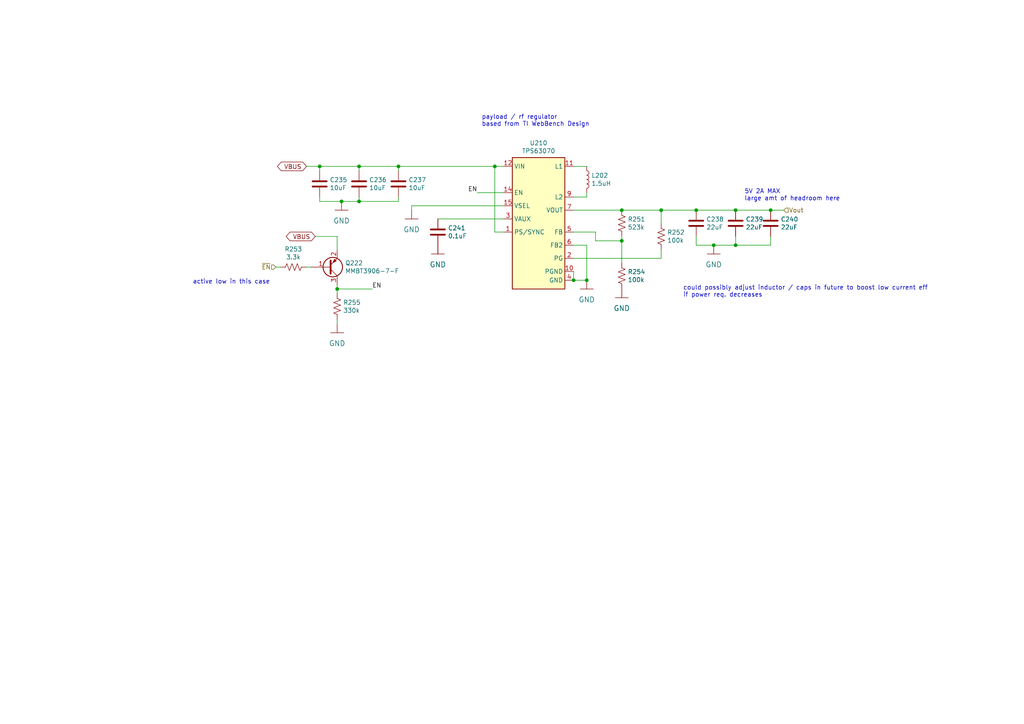
<source format=kicad_sch>
(kicad_sch (version 20211123) (generator eeschema)
  (paper "A4")
  (lib_symbols
    (symbol "mainboard-rescue:C-Device-mainboard-rescue" (pin_numbers hide) (pin_names (offset 0.254))
      (property "Reference" "C" (at 0.635 2.54 0))
      (property "Value" "C-Device-mainboard-rescue" (at 0.635 -2.54 0))
      (symbol "C-Device-mainboard-rescue_0_1"
        (polyline (pts (xy -2.032 -0.762) (xy 2.032 -0.762)) (stroke (width 0.508)))
        (polyline (pts (xy -2.032 0.762) (xy 2.032 0.762)) (stroke (width 0.508)))
      )
      (symbol "C-Device-mainboard-rescue_1_1"
        (pin passive line (at 0 3.81 270) (length 2.794) (name "~") (number "1"))
        (pin passive line (at 0 -3.81 90) (length 2.794) (name "~") (number "2"))
      )
    )
    (symbol "mainboard-rescue:L-Device-mainboard-rescue" (pin_numbers hide) (pin_names (offset 1.016) hide)
      (property "Reference" "L" (at -1.27 0 90))
      (property "Value" "L-Device-mainboard-rescue" (at 1.905 0 90))
      (symbol "L-Device-mainboard-rescue_0_1"
        (arc (start 0 -2.54) (mid 0.635 -1.905) (end 0 -1.27))
        (arc (start 0 -1.27) (mid 0.635 -0.635) (end 0 0))
        (arc (start 0 0) (mid 0.635 0.635) (end 0 1.27))
        (arc (start 0 1.27) (mid 0.635 1.905) (end 0 2.54))
      )
      (symbol "L-Device-mainboard-rescue_1_1"
        (pin passive line (at 0 3.81 270) (length 1.27) (name "1") (number "1"))
        (pin passive line (at 0 -3.81 90) (length 1.27) (name "2") (number "2"))
      )
    )
    (symbol "mainboard-rescue:Q_PNP_BEC-Device-mainboard-rescue" (pin_names (offset 0) hide)
      (property "Reference" "Q" (at 5.08 1.27 0))
      (property "Value" "Q_PNP_BEC-Device-mainboard-rescue" (at 5.08 -1.27 0))
      (symbol "Q_PNP_BEC-Device-mainboard-rescue_0_1"
        (polyline (pts (xy 0.635 0.635) (xy 2.54 2.54)))
        (polyline (pts (xy 0.635 -0.635) (xy 2.54 -2.54) (xy 2.54 -2.54)))
        (polyline (pts (xy 0.635 1.905) (xy 0.635 -1.905) (xy 0.635 -1.905)) (stroke (width 0.508)))
        (polyline (pts (xy 2.286 -1.778) (xy 1.778 -2.286) (xy 1.27 -1.27) (xy 2.286 -1.778) (xy 2.286 -1.778)) (fill (type outline)))
        (circle (center 1.27 0) (radius 2.8194) (stroke (width 0.254)))
      )
      (symbol "Q_PNP_BEC-Device-mainboard-rescue_1_1"
        (pin input line (at -5.08 0 0) (length 5.715) (name "B") (number "1"))
        (pin passive line (at 2.54 -5.08 90) (length 2.54) (name "E") (number "2"))
        (pin passive line (at 2.54 5.08 270) (length 2.54) (name "C") (number "3"))
      )
    )
    (symbol "mainboard-rescue:R_US-Device-mainboard-rescue" (pin_numbers hide) (pin_names (offset 0))
      (property "Reference" "R" (at 2.54 0 90))
      (property "Value" "R_US-Device-mainboard-rescue" (at -2.54 0 90))
      (symbol "R_US-Device-mainboard-rescue_0_1"
        (polyline (pts (xy 0 -2.286) (xy 0 -2.54)))
        (polyline (pts (xy 0 2.286) (xy 0 2.54)))
        (polyline (pts (xy 0 -0.762) (xy 1.016 -1.143) (xy 0 -1.524) (xy -1.016 -1.905) (xy 0 -2.286)))
        (polyline (pts (xy 0 0.762) (xy 1.016 0.381) (xy 0 0) (xy -1.016 -0.381) (xy 0 -0.762)))
        (polyline (pts (xy 0 2.286) (xy 1.016 1.905) (xy 0 1.524) (xy -1.016 1.143) (xy 0 0.762)))
      )
      (symbol "R_US-Device-mainboard-rescue_1_1"
        (pin passive line (at 0 3.81 270) (length 1.27) (name "~") (number "1"))
        (pin passive line (at 0 -3.81 90) (length 1.27) (name "~") (number "2"))
      )
    )
    (symbol "mainboard:GND" (power) (pin_names (offset 1.016))
      (property "Value" "GND" (at -2.54 -2.54 0))
      (symbol "GND_1_0"
        (polyline (pts (xy -1.905 0) (xy 1.905 0)))
        (pin power_in line (at 0 2.54 270) (length 2.54) (name "GND") (number "1"))
      )
    )
    (symbol "mainboard_SLI:TPS63070"
      (property "Reference" "U" (at -7.62 13.97 0))
      (property "Value" "TPS63070" (at 2.54 13.97 0))
      (symbol "TPS63070_0_1"
        (rectangle (start -7.62 12.7) (end 7.62 -25.4) (stroke (width 0.254)) (fill (type background)))
      )
      (symbol "TPS63070_1_1"
        (pin input line (at -10.16 -8.89 0) (length 2.54) (name "PS/SYNC") (number "1"))
        (pin power_in line (at 10.16 -20.32 180) (length 2.54) (name "PGND") (number "10"))
        (pin input line (at 10.16 10.16 180) (length 2.54) (name "L1") (number "11"))
        (pin power_in line (at -10.16 10.16 0) (length 2.54) (name "VIN") (number "12"))
        (pin input line (at -10.16 2.54 0) (length 2.54) (name "EN") (number "14"))
        (pin passive line (at -10.16 -1.27 0) (length 2.54) (name "VSEL") (number "15"))
        (pin output line (at 10.16 -16.51 180) (length 2.54) (name "PG") (number "2"))
        (pin passive line (at -10.16 -5.08 0) (length 2.54) (name "VAUX") (number "3"))
        (pin power_in line (at 10.16 -22.86 180) (length 2.54) (name "GND") (number "4"))
        (pin input line (at 10.16 -8.89 180) (length 2.54) (name "FB") (number "5"))
        (pin input line (at 10.16 -12.7 180) (length 2.54) (name "FB2") (number "6"))
        (pin power_out line (at 10.16 -2.54 180) (length 2.54) (name "VOUT") (number "7"))
        (pin input line (at 10.16 1.27 180) (length 2.54) (name "L2") (number "9"))
      )
    )
  )
  (junction (at 223.52 60.96))
  (junction (at 207.01 71.12))
  (junction (at 201.93 60.96))
  (junction (at 180.34 69.85))
  (junction (at 104.14 48.26))
  (junction (at 166.37 81.28))
  (junction (at 191.77 60.96))
  (junction (at 97.79 83.82))
  (junction (at 213.36 60.96))
  (junction (at 170.18 81.28))
  (junction (at 180.34 60.96))
  (junction (at 213.36 71.12))
  (junction (at 143.51 48.26))
  (junction (at 99.06 58.42))
  (junction (at 92.71 48.26))
  (junction (at 104.14 58.42))
  (junction (at 115.57 48.26))
  (wire (pts (xy 107.95 83.82) (xy 97.79 83.82)))
  (wire (pts (xy 166.37 71.12) (xy 170.18 71.12)))
  (wire (pts (xy 97.79 93.98) (xy 97.79 92.71)))
  (wire (pts (xy 172.72 69.85) (xy 172.72 67.31)))
  (wire (pts (xy 191.77 60.96) (xy 201.93 60.96)))
  (wire (pts (xy 104.14 57.15) (xy 104.14 58.42)))
  (wire (pts (xy 213.36 71.12) (xy 213.36 68.58)))
  (wire (pts (xy 104.14 48.26) (xy 92.71 48.26)))
  (wire (pts (xy 88.9 77.47) (xy 90.17 77.47)))
  (wire (pts (xy 115.57 58.42) (xy 115.57 57.15)))
  (wire (pts (xy 92.71 49.53) (xy 92.71 48.26)))
  (wire (pts (xy 170.18 57.15) (xy 166.37 57.15)))
  (wire (pts (xy 127 63.5) (xy 146.05 63.5)))
  (wire (pts (xy 227.33 60.96) (xy 223.52 60.96)))
  (wire (pts (xy 119.38 59.69) (xy 119.38 60.96)))
  (wire (pts (xy 201.93 60.96) (xy 213.36 60.96)))
  (wire (pts (xy 172.72 67.31) (xy 166.37 67.31)))
  (wire (pts (xy 170.18 71.12) (xy 170.18 81.28)))
  (wire (pts (xy 146.05 48.26) (xy 143.51 48.26)))
  (wire (pts (xy 166.37 81.28) (xy 170.18 81.28)))
  (wire (pts (xy 191.77 60.96) (xy 191.77 64.77)))
  (wire (pts (xy 97.79 83.82) (xy 97.79 82.55)))
  (wire (pts (xy 115.57 48.26) (xy 104.14 48.26)))
  (wire (pts (xy 166.37 60.96) (xy 180.34 60.96)))
  (wire (pts (xy 180.34 69.85) (xy 180.34 76.2)))
  (wire (pts (xy 146.05 67.31) (xy 143.51 67.31)))
  (wire (pts (xy 223.52 71.12) (xy 213.36 71.12)))
  (wire (pts (xy 115.57 48.26) (xy 143.51 48.26)))
  (wire (pts (xy 115.57 49.53) (xy 115.57 48.26)))
  (wire (pts (xy 166.37 78.74) (xy 166.37 81.28)))
  (wire (pts (xy 207.01 71.12) (xy 213.36 71.12)))
  (wire (pts (xy 91.44 68.58) (xy 97.79 68.58)))
  (wire (pts (xy 143.51 48.26) (xy 143.51 67.31)))
  (wire (pts (xy 223.52 71.12) (xy 223.52 68.58)))
  (wire (pts (xy 104.14 58.42) (xy 115.57 58.42)))
  (wire (pts (xy 180.34 68.58) (xy 180.34 69.85)))
  (wire (pts (xy 201.93 68.58) (xy 201.93 71.12)))
  (wire (pts (xy 138.43 55.88) (xy 146.05 55.88)))
  (wire (pts (xy 99.06 58.42) (xy 104.14 58.42)))
  (wire (pts (xy 170.18 55.88) (xy 170.18 57.15)))
  (wire (pts (xy 166.37 74.93) (xy 191.77 74.93)))
  (wire (pts (xy 104.14 49.53) (xy 104.14 48.26)))
  (wire (pts (xy 166.37 48.26) (xy 170.18 48.26)))
  (wire (pts (xy 88.9 48.26) (xy 92.71 48.26)))
  (wire (pts (xy 81.28 77.47) (xy 80.01 77.47)))
  (wire (pts (xy 201.93 71.12) (xy 207.01 71.12)))
  (wire (pts (xy 213.36 60.96) (xy 223.52 60.96)))
  (wire (pts (xy 92.71 57.15) (xy 92.71 58.42)))
  (wire (pts (xy 97.79 83.82) (xy 97.79 85.09)))
  (wire (pts (xy 119.38 59.69) (xy 146.05 59.69)))
  (wire (pts (xy 97.79 68.58) (xy 97.79 72.39)))
  (wire (pts (xy 191.77 72.39) (xy 191.77 74.93)))
  (wire (pts (xy 92.71 58.42) (xy 99.06 58.42)))
  (wire (pts (xy 180.34 69.85) (xy 172.72 69.85)))
  (wire (pts (xy 180.34 60.96) (xy 191.77 60.96)))
  (text "active low in this case" (at 55.88 82.55 0) (effects (font (size 1.27 1.27)) (justify left bottom)))
  (text "payload / rf regulator\nbased from TI WebBench Design" (at 139.7 36.83 0) (effects (font (size 1.27 1.27)) (justify left bottom)))
  (text "5V 2A MAX\nlarge amt of headroom here" (at 215.9 58.42 0) (effects (font (size 1.27 1.27)) (justify left bottom)))
  (text "could possibly adjust inductor / caps in future to boost low current eff\nif power req. decreases" (at 198.12 86.36 0) (effects (font (size 1.27 1.27)) (justify left bottom)))
  (label "EN" (at 107.95 83.82 0))
  (label "EN" (at 138.43 55.88 180))
  (global_label "VBUS" (shape bidirectional) (at 88.9 48.26 180) (property "Intersheet References" "${INTERSHEET_REFS}" (effects hide)))
  (global_label "VBUS" (shape bidirectional) (at 91.44 68.58 180) (property "Intersheet References" "${INTERSHEET_REFS}" (effects hide)))
  (hierarchical_label "Vout" (shape input) (at 227.33 60.96 0))
  (hierarchical_label "~{EN}" (shape input) (at 80.01 77.47 180))
  (symbol (lib_id "mainboard_SLI:TPS63070") (at 156.21 58.42 0)
    (property "Reference" "U210" (at 156.21 41.4782 0))
    (property "Value" "TPS63070" (at 156.21 43.7896 0))
    (property "Footprint" "mainboard-SLI:TPS63070RNMR" (effects hide))
  )
  (symbol (lib_id "mainboard-rescue:R_US-Device-mainboard-rescue") (at 97.79 88.9 0)
    (property "Reference" "R255" (at 99.5172 87.7316 0) (effects (justify left)))
    (property "Value" "330k" (at 99.5172 90.043 0) (effects (justify left)))
    (property "Footprint" "Resistor_SMD:R_0603_1608Metric" (effects hide))
  )
  (symbol (lib_id "mainboard:GND") (at 127 73.66 0)
    (property "Reference" "#GND0159" (effects hide))
    (property "Value" "GND" (at 127 76.7334 0) (effects (font (size 1.4986 1.4986))))
  )
  (symbol (lib_id "mainboard-rescue:C-Device-mainboard-rescue") (at 127 67.31 180)
    (property "Reference" "C241" (at 129.921 66.1416 0) (effects (justify right)))
    (property "Value" "0.1uF" (at 129.921 68.453 0) (effects (justify right)))
    (property "Footprint" "Capacitor_SMD:C_0603_1608Metric" (effects hide))
  )
  (symbol (lib_id "mainboard-rescue:C-Device-mainboard-rescue") (at 115.57 53.34 0)
    (property "Reference" "C237" (at 118.491 52.1716 0) (effects (justify left)))
    (property "Value" "10uF" (at 118.491 54.483 0) (effects (justify left)))
    (property "Footprint" "Capacitor_SMD:C_0805_2012Metric" (effects hide))
  )
  (symbol (lib_id "mainboard-rescue:C-Device-mainboard-rescue") (at 104.14 53.34 0)
    (property "Reference" "C236" (at 107.061 52.1716 0) (effects (justify left)))
    (property "Value" "10uF" (at 107.061 54.483 0) (effects (justify left)))
    (property "Footprint" "Capacitor_SMD:C_0805_2012Metric" (effects hide))
  )
  (symbol (lib_id "mainboard-rescue:C-Device-mainboard-rescue") (at 92.71 53.34 0)
    (property "Reference" "C235" (at 95.631 52.1716 0) (effects (justify left)))
    (property "Value" "10uF" (at 95.631 54.483 0) (effects (justify left)))
    (property "Footprint" "Capacitor_SMD:C_0805_2012Metric" (effects hide))
  )
  (symbol (lib_id "mainboard:GND") (at 99.06 60.96 0)
    (property "Reference" "#GND0160" (effects hide))
    (property "Value" "GND" (at 99.06 64.0334 0) (effects (font (size 1.4986 1.4986))))
  )
  (symbol (lib_id "mainboard:GND") (at 119.38 63.5 0)
    (property "Reference" "#GND0161" (effects hide))
    (property "Value" "GND" (at 119.38 66.5734 0) (effects (font (size 1.4986 1.4986))))
  )
  (symbol (lib_id "mainboard-rescue:L-Device-mainboard-rescue") (at 170.18 52.07 0)
    (property "Reference" "L202" (at 171.5262 50.9016 0) (effects (justify left)))
    (property "Value" "1.5uH" (at 171.5262 53.213 0) (effects (justify left)))
    (property "Footprint" "Inductor_SMD:L_Bourns_SRN8040TA" (effects hide))
    (property "Datasheet" "SRN8040TA-1R5Y" (effects hide))
  )
  (symbol (lib_id "mainboard-rescue:R_US-Device-mainboard-rescue") (at 180.34 64.77 0)
    (property "Reference" "R251" (at 182.0672 63.6016 0) (effects (justify left)))
    (property "Value" "523k" (at 182.0672 65.913 0) (effects (justify left)))
    (property "Footprint" "Resistor_SMD:R_0603_1608Metric" (effects hide))
  )
  (symbol (lib_id "mainboard-rescue:R_US-Device-mainboard-rescue") (at 180.34 80.01 0)
    (property "Reference" "R254" (at 182.0672 78.8416 0) (effects (justify left)))
    (property "Value" "100k" (at 182.0672 81.153 0) (effects (justify left)))
    (property "Footprint" "Resistor_SMD:R_0603_1608Metric" (effects hide))
  )
  (symbol (lib_id "mainboard:GND") (at 180.34 86.36 0)
    (property "Reference" "#GND0162" (effects hide))
    (property "Value" "GND" (at 180.34 89.4334 0) (effects (font (size 1.4986 1.4986))))
  )
  (symbol (lib_id "mainboard:GND") (at 170.18 83.82 0)
    (property "Reference" "#GND0163" (effects hide))
    (property "Value" "GND" (at 170.18 86.8934 0) (effects (font (size 1.4986 1.4986))))
  )
  (symbol (lib_id "mainboard-rescue:R_US-Device-mainboard-rescue") (at 191.77 68.58 0)
    (property "Reference" "R252" (at 193.4972 67.4116 0) (effects (justify left)))
    (property "Value" "100k" (at 193.4972 69.723 0) (effects (justify left)))
    (property "Footprint" "Resistor_SMD:R_0603_1608Metric" (effects hide))
  )
  (symbol (lib_id "mainboard-rescue:C-Device-mainboard-rescue") (at 201.93 64.77 0)
    (property "Reference" "C238" (at 204.851 63.6016 0) (effects (justify left)))
    (property "Value" "22uF" (at 204.851 65.913 0) (effects (justify left)))
    (property "Footprint" "Capacitor_SMD:C_0805_2012Metric" (effects hide))
  )
  (symbol (lib_id "mainboard-rescue:C-Device-mainboard-rescue") (at 213.36 64.77 0)
    (property "Reference" "C239" (at 216.281 63.6016 0) (effects (justify left)))
    (property "Value" "22uF" (at 216.281 65.913 0) (effects (justify left)))
    (property "Footprint" "Capacitor_SMD:C_0805_2012Metric" (effects hide))
  )
  (symbol (lib_id "mainboard:GND") (at 207.01 73.66 0)
    (property "Reference" "#GND0164" (effects hide))
    (property "Value" "GND" (at 207.01 76.7334 0) (effects (font (size 1.4986 1.4986))))
  )
  (symbol (lib_id "mainboard-rescue:C-Device-mainboard-rescue") (at 223.52 64.77 0)
    (property "Reference" "C240" (at 226.441 63.6016 0) (effects (justify left)))
    (property "Value" "22uF" (at 226.441 65.913 0) (effects (justify left)))
    (property "Footprint" "Capacitor_SMD:C_0805_2012Metric" (effects hide))
  )
  (symbol (lib_id "mainboard-rescue:Q_PNP_BEC-Device-mainboard-rescue") (at 95.25 77.47 0) (mirror x)
    (property "Reference" "Q222" (at 100.1014 76.3016 0) (effects (justify left)))
    (property "Value" "MMBT3906-7-F" (at 100.1014 78.613 0) (effects (justify left)))
    (property "Footprint" "Package_TO_SOT_SMD:SOT-23" (effects hide))
    (property "Datasheet" "MMBT3906-7-F" (effects hide))
  )
  (symbol (lib_id "mainboard:GND") (at 97.79 96.52 0)
    (property "Reference" "#GND0165" (effects hide))
    (property "Value" "GND" (at 97.79 99.5934 0) (effects (font (size 1.4986 1.4986))))
  )
  (symbol (lib_id "mainboard-rescue:R_US-Device-mainboard-rescue") (at 85.09 77.47 270)
    (property "Reference" "R253" (at 85.09 72.263 90))
    (property "Value" "3.3k" (at 85.09 74.5744 90))
    (property "Footprint" "Resistor_SMD:R_0603_1608Metric" (effects hide))
  )
)
</source>
